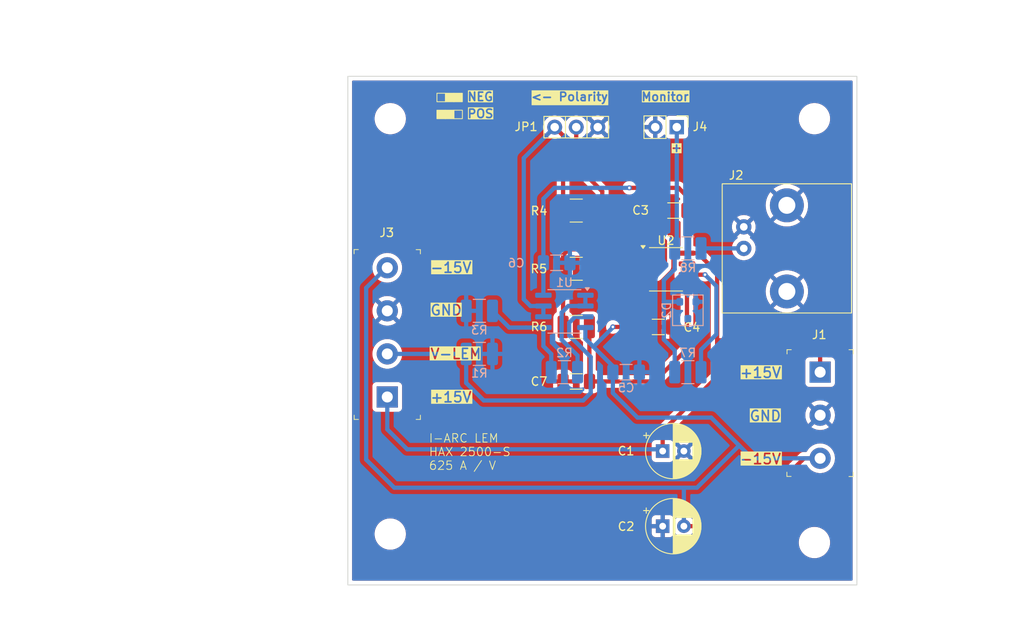
<source format=kicad_pcb>
(kicad_pcb
	(version 20240108)
	(generator "pcbnew")
	(generator_version "8.0")
	(general
		(thickness 1.6)
		(legacy_teardrops no)
	)
	(paper "A4")
	(layers
		(0 "F.Cu" signal)
		(31 "B.Cu" signal)
		(32 "B.Adhes" user "B.Adhesive")
		(33 "F.Adhes" user "F.Adhesive")
		(34 "B.Paste" user)
		(35 "F.Paste" user)
		(36 "B.SilkS" user "B.Silkscreen")
		(37 "F.SilkS" user "F.Silkscreen")
		(38 "B.Mask" user)
		(39 "F.Mask" user)
		(40 "Dwgs.User" user "User.Drawings")
		(41 "Cmts.User" user "User.Comments")
		(42 "Eco1.User" user "User.Eco1")
		(43 "Eco2.User" user "User.Eco2")
		(44 "Edge.Cuts" user)
		(45 "Margin" user)
		(46 "B.CrtYd" user "B.Courtyard")
		(47 "F.CrtYd" user "F.Courtyard")
		(48 "B.Fab" user)
		(49 "F.Fab" user)
		(50 "User.1" user)
		(51 "User.2" user)
		(52 "User.3" user)
		(53 "User.4" user)
		(54 "User.5" user)
		(55 "User.6" user)
		(56 "User.7" user)
		(57 "User.8" user)
		(58 "User.9" user)
	)
	(setup
		(pad_to_mask_clearance 0)
		(allow_soldermask_bridges_in_footprints no)
		(pcbplotparams
			(layerselection 0x0001000_ffffffff)
			(plot_on_all_layers_selection 0x0000000_00000000)
			(disableapertmacros no)
			(usegerberextensions yes)
			(usegerberattributes yes)
			(usegerberadvancedattributes yes)
			(creategerberjobfile no)
			(dashed_line_dash_ratio 12.000000)
			(dashed_line_gap_ratio 3.000000)
			(svgprecision 4)
			(plotframeref no)
			(viasonmask no)
			(mode 1)
			(useauxorigin no)
			(hpglpennumber 1)
			(hpglpenspeed 20)
			(hpglpendiameter 15.000000)
			(pdf_front_fp_property_popups yes)
			(pdf_back_fp_property_popups yes)
			(dxfpolygonmode yes)
			(dxfimperialunits yes)
			(dxfusepcbnewfont yes)
			(psnegative no)
			(psa4output no)
			(plotreference yes)
			(plotvalue yes)
			(plotfptext yes)
			(plotinvisibletext no)
			(sketchpadsonfab no)
			(subtractmaskfromsilk no)
			(outputformat 1)
			(mirror no)
			(drillshape 0)
			(scaleselection 1)
			(outputdirectory "gerber/")
		)
	)
	(net 0 "")
	(net 1 "GND")
	(net 2 "+15V")
	(net 3 "-15V")
	(net 4 "Net-(U2B-+)")
	(net 5 "Net-(U1A-+)")
	(net 6 "Net-(J2-In)")
	(net 7 "Net-(JP1-B)")
	(net 8 "Net-(JP1-C)")
	(net 9 "Net-(U1B-+)")
	(net 10 "Net-(U1A--)")
	(net 11 "Net-(U2A--)")
	(net 12 "Net-(R5-Pad2)")
	(net 13 "Net-(U2B--)")
	(net 14 "unconnected-(D2-A-Pad3)")
	(net 15 "Net-(D2-K1)")
	(footprint "Capacitor_SMD:C_1206_3216Metric_Pad1.33x1.80mm_HandSolder" (layer "F.Cu") (at 118.4125 95.84 180))
	(footprint "Resistor_SMD:R_1210_3225Metric_Pad1.30x2.65mm_HandSolder" (layer "F.Cu") (at 106.9225 102.7033 180))
	(footprint "digikey-footprints:Term_Block_1x4_P5.08mm" (layer "F.Cu") (at 84.65 117.8275 90))
	(footprint "Connector_PinHeader_2.54mm:PinHeader_1x02_P2.54mm_Vertical" (layer "F.Cu") (at 118.775 86 -90))
	(footprint "my_footprints:BNC_amphenol_TH" (layer "F.Cu") (at 140.64 101.5717 -90))
	(footprint "Resistor_SMD:R_1210_3225Metric_Pad1.30x2.65mm_HandSolder" (layer "F.Cu") (at 106.9225 109.5667))
	(footprint "Resistor_SMD:R_1210_3225Metric_Pad1.30x2.65mm_HandSolder" (layer "F.Cu") (at 106.9225 95.84))
	(footprint "MountingHole:MountingHole_3.2mm_M3" (layer "F.Cu") (at 85 85))
	(footprint "Capacitor_THT:CP_Radial_D6.3mm_P2.50mm" (layer "F.Cu") (at 117.11 124.21))
	(footprint "MountingHole:MountingHole_3.2mm_M3" (layer "F.Cu") (at 135 85))
	(footprint "digikey-footprints:TERM_BLOCK_1x3_P5.08MM" (layer "F.Cu") (at 135.67 114.9 -90))
	(footprint "Capacitor_THT:CP_Radial_D6.3mm_P2.50mm" (layer "F.Cu") (at 117.11 133.07))
	(footprint "MountingHole:MountingHole_3.2mm_M3" (layer "F.Cu") (at 85 134))
	(footprint "Capacitor_SMD:C_1206_3216Metric_Pad1.33x1.80mm_HandSolder" (layer "F.Cu") (at 106.9225 116 180))
	(footprint "my_footprints:3pins_jumper" (layer "F.Cu") (at 106.9225 88.54 180))
	(footprint "MountingHole:MountingHole_3.2mm_M3" (layer "F.Cu") (at 135 135))
	(footprint "Package_SO:SOIC-8_3.9x4.9mm_P1.27mm" (layer "F.Cu") (at 117.5 102.7683))
	(footprint "Capacitor_SMD:C_1206_3216Metric_Pad1.33x1.80mm_HandSolder" (layer "F.Cu") (at 116.5875 109.5667))
	(footprint "Capacitor_SMD:C_1206_3216Metric_Pad1.33x1.80mm_HandSolder" (layer "B.Cu") (at 104.6125 102))
	(footprint "Resistor_SMD:R_1210_3225Metric_Pad1.30x2.65mm_HandSolder" (layer "B.Cu") (at 120.08 100.3017))
	(footprint "Capacitor_SMD:C_1206_3216Metric_Pad1.33x1.80mm_HandSolder" (layer "B.Cu") (at 112.8025 114.9033))
	(footprint "PCM_Package_TO_SOT_SMD_AKL:SOT-23" (layer "B.Cu") (at 120.08 107.6025 -90))
	(footprint "Package_SO:SOIC-8_3.9x4.9mm_P1.27mm" (layer "B.Cu") (at 105.525 107.7325 180))
	(footprint "Resistor_SMD:R_1210_3225Metric_Pad1.30x2.65mm_HandSolder" (layer "B.Cu") (at 95.5 112.7475))
	(footprint "Resistor_SMD:R_1210_3225Metric_Pad1.30x2.65mm_HandSolder" (layer "B.Cu") (at 105.525 114.9033 180))
	(footprint "Resistor_SMD:R_1210_3225Metric_Pad1.30x2.65mm_HandSolder" (layer "B.Cu") (at 95.5 107.6675))
	(footprint "Resistor_SMD:R_1210_3225Metric_Pad1.30x2.65mm_HandSolder" (layer "B.Cu") (at 120.08 114.9033 180))
	(gr_rect
		(start 92.5 82)
		(end 93.5 83)
		(stroke
			(width 0.1)
			(type solid)
		)
		(fill solid)
		(layer "F.SilkS")
		(uuid "1bc7bbff-68bd-4266-a47e-054b85e6f03d")
	)
	(gr_rect
		(start 90.5 82)
		(end 91.5 83)
		(stroke
			(width 0.1)
			(type default)
		)
		(fill none)
		(layer "F.SilkS")
		(uuid "3194b7f7-e758-4e97-be10-ce3eac834e88")
	)
	(gr_rect
		(start 91.5 84)
		(end 92.5 85)
		(stroke
			(width 0.1)
			(type solid)
		)
		(fill solid)
		(layer "F.SilkS")
		(uuid "3eb5b19c-5e27-460f-8b39-f1dbfeba5c96")
	)
	(gr_rect
		(start 92.5 84)
		(end 93.5 85)
		(stroke
			(width 0.1)
			(type default)
		)
		(fill none)
		(layer "F.SilkS")
		(uuid "8754f124-9d23-44e9-8abe-e178f9b4f2a5")
	)
	(gr_rect
		(start 91.5 82)
		(end 92.5 83)
		(stroke
			(width 0.1)
			(type solid)
		)
		(fill solid)
		(layer "F.SilkS")
		(uuid "8cfb022e-ad35-4ba1-9322-5538948210e4")
	)
	(gr_rect
		(start 90.5 84)
		(end 91.5 85)
		(stroke
			(width 0.1)
			(type solid)
		)
		(fill solid)
		(layer "F.SilkS")
		(uuid "f1f9b63c-1670-4e99-9dde-df3083300dfa")
	)
	(gr_rect
		(start 80 80)
		(end 140 140)
		(stroke
			(width 0.1)
			(type default)
		)
		(fill none)
		(layer "Edge.Cuts")
		(uuid "4dd30bd1-642b-47ef-a0a0-3b54cae9bcbd")
	)
	(gr_text "Monitor"
		(at 114.5 83 0)
		(layer "F.SilkS" knockout)
		(uuid "14bd58d4-9b68-4c83-bba2-abfbf6eefb49")
		(effects
			(font
				(size 1 1)
				(thickness 0.2)
				(bold yes)
			)
			(justify left bottom)
		)
	)
	(gr_text "+"
		(at 118 89 0)
		(layer "F.SilkS" knockout)
		(uuid "16331a8a-9d7e-4eaa-8a28-3fc7d005036a")
		(effects
			(font
				(size 1 1)
				(thickness 0.2)
				(bold yes)
			)
			(justify left bottom)
		)
	)
	(gr_text "GND"
		(at 89.63 108.29 0)
		(layer "F.SilkS" knockout)
		(uuid "22a19d87-f13a-43e9-b22f-c063bc1480b0")
		(effects
			(font
				(size 1.2 1.2)
				(thickness 0.2)
				(bold yes)
			)
			(justify left bottom)
		)
	)
	(gr_text "<- Polarity"
		(at 101.5 83 0)
		(layer "F.SilkS" knockout)
		(uuid "47274025-cb48-4058-ba13-067fc63eaf0c")
		(effects
			(font
				(size 1 1)
				(thickness 0.2)
				(bold yes)
			)
			(justify left bottom)
		)
	)
	(gr_text "NEG"
		(at 94 83 0)
		(layer "F.SilkS" knockout)
		(uuid "4d93fd8c-997a-4313-a9ef-7b6a4dbb3d17")
		(effects
			(font
				(size 1 1)
				(thickness 0.2)
				(bold yes)
			)
			(justify left bottom)
		)
	)
	(gr_text "POS"
		(at 94 85 0)
		(layer "F.SilkS" knockout)
		(uuid "6731c209-9e43-4608-9efd-fec67d2a8fa3")
		(effects
			(font
				(size 1 1)
				(thickness 0.2)
				(bold yes)
			)
			(justify left bottom)
		)
	)
	(gr_text "+15V"
		(at 89.63 118.56 0)
		(layer "F.SilkS" knockout)
		(uuid "7b9cb959-a3b5-4b28-8c66-efe998364d3d")
		(effects
			(font
				(size 1.2 1.2)
				(thickness 0.2)
				(bold yes)
			)
			(justify left bottom)
		)
	)
	(gr_text "-15V"
		(at 89.63 103.28 0)
		(layer "F.SilkS" knockout)
		(uuid "ae0e0bfe-8640-4e2a-b8ba-3f622aa7a49c")
		(effects
			(font
				(size 1.2 1.2)
				(thickness 0.2)
				(bold yes)
			)
			(justify left bottom)
		)
	)
	(gr_text "GND"
		(at 127.252856 120.76 0)
		(layer "F.SilkS" knockout)
		(uuid "b441df48-fd89-4bd0-85b2-62bcb415ac1d")
		(effects
			(font
				(size 1.2 1.2)
				(thickness 0.2)
				(bold yes)
			)
			(justify left bottom)
		)
	)
	(gr_text "V-LEM"
		(at 89.63 113.45 0)
		(layer "F.SilkS" knockout)
		(uuid "c6570851-cacf-409c-9268-3ca3257cbd18")
		(effects
			(font
				(size 1.2 1.2)
				(thickness 0.2)
				(bold yes)
			)
			(justify left bottom)
		)
	)
	(gr_text "+15V"
		(at 126.11 115.67 0)
		(layer "F.SilkS" knockout)
		(uuid "ce3aea0d-02fe-4ee8-9aa7-dd9617b381be")
		(effects
			(font
				(size 1.2 1.2)
				(thickness 0.2)
				(bold yes)
			)
			(justify left bottom)
		)
	)
	(gr_text "-15V"
		(at 126.11 125.85 0)
		(layer "F.SilkS" knockout)
		(uuid "f93c427d-ccfb-4aee-83a5-7320ac0d4a6b")
		(effects
			(font
				(size 1.2 1.2)
				(thickness 0.2)
				(bold yes)
			)
			(justify left bottom)
		)
	)
	(gr_text "I-ARC LEM\nHAX 2500-S\n625 A / V"
		(at 89.5 126.5 0)
		(layer "F.SilkS")
		(uuid "fe8a75fe-bc5c-4a6a-a878-813bbc359aa6")
		(effects
			(font
				(size 1 1)
				(thickness 0.1)
			)
			(justify left bottom)
		)
	)
	(segment
		(start 123.53 103.15)
		(end 123.53 111.14)
		(width 0.5)
		(layer "F.Cu")
		(net 2)
		(uuid "10f6c975-dd04-448c-a7c7-375938e82bf0")
	)
	(segment
		(start 119.975 100.8633)
		(end 121.2433 100.8633)
		(width 0.5)
		(layer "F.Cu")
		(net 2)
		(uuid "2fa29f82-774b-4bfb-b1ca-982e5dbd3bb1")
	)
	(segment
		(start 119.975 94.155)
		(end 119.01 93.19)
		(width 0.5)
		(layer "F.Cu")
		(net 2)
		(uuid "3b97de8a-4551-4cb5-bbd5-c16c702fd2e1")
	)
	(segment
		(start 118.98 93.16)
		(end 113.18 93.16)
		(width 0.5)
		(layer "F.Cu")
		(net 2)
		(uuid "4f479c67-ddb4-4b77-9b59-6ff80768907d")
	)
	(segment
		(start 135.67 114.9)
		(end 135.67 112.2)
		(width 0.5)
		(layer "F.Cu")
		(net 2)
		(uuid "51192232-fb90-4383-94a5-fb3bdca2932d")
	)
	(segment
		(start 121.2433 100.8633)
		(end 123.53 103.15)
		(width 0.5)
		(layer "F.Cu")
		(net 2)
		(uuid "71566488-e9ab-4b61-9109-d97c26d05acc")
	)
	(segment
		(start 119.975 100.863)
		(end 119.975 97.8)
		(width 0.5)
		(layer "F.Cu")
		(net 2)
		(uuid "72e84495-cfd8-4f9f-bd66-c7ef15a6a283")
	)
	(segment
		(start 119.01 93.19)
		(end 118.98 93.16)
		(width 0.5)
		(layer "F.Cu")
		(net 2)
		(uuid "966c2a23-e3f2-4514-90d7-4a2f1db72d4a")
	)
	(segment
		(start 134.61 111.14)
		(end 123.53 111.14)
		(width 0.5)
		(layer "F.Cu")
		(net 2)
		(uuid "9e3ea550-a221-45ed-8a59-53c69b7c0386")
	)
	(segment
		(start 123.53 111.14)
		(end 123.53 115.43)
		(width 0.5)
		(layer "F.Cu")
		(net 2)
		(uuid "a1eec5a5-268d-4d94-915d-7c181432887c")
	)
	(segment
		(start 117.11 121.85)
		(end 117.11 124.21)
		(width 0.5)
		(layer "F.Cu")
		(net 2)
		(uuid "b2f555d3-430e-4c32-bdcc-fe09ed001115")
	)
	(segment
		(start 119.975 97.8)
		(end 119.975 94.155)
		(width 0.5)
		(layer "F.Cu")
		(net 2)
		(uuid "decddf89-8e43-4ce6-80d8-d69013eb5ee5")
	)
	(segment
		(start 135.67 112.2)
		(end 134.61 111.14)
		(width 0.5)
		(layer "F.Cu")
		(net 2)
		(uuid "ed25863a-7935-4166-baa7-1c3107acb70a")
	)
	(segment
		(start 123.53 115.43)
		(end 117.11 121.85)
		(width 0.5)
		(layer "F.Cu")
		(net 2)
		(uuid "f549a9f2-e0af-4153-8156-b45eb1d2d9c9")
	)
	(segment
		(start 119.975 100.8633)
		(end 119.975 100.863)
		(width 0.2)
		(layer "F.Cu")
		(net 2)
		(uuid "ffa9ca0b-f87b-4643-90d5-86eeec870edf")
	)
	(via
		(at 113.18 93.16)
		(size 0.6)
		(drill 0.3)
		(layers "F.Cu" "B.Cu")
		(net 2)
		(uuid "633b765d-34bb-4d15-8608-5c0ec27b5f50")
	)
	(segment
		(start 84.65 117.828)
		(end 84.65 121.65)
		(width 0.5)
		(layer "B.Cu")
		(net 2)
		(uuid "14f613c7-df1e-4265-8edb-d75db15e05b1")
	)
	(segment
		(start 87 124)
		(end 116.9 124)
		(width 0.5)
		(layer "B.Cu")
		(net 2)
		(uuid "1d0069cf-e253-4377-bfbe-9d5d36108593")
	)
	(segment
		(start 84.65 121.65)
		(end 87 124)
		(width 0.5)
		(layer "B.Cu")
		(net 2)
		(uuid "370dd93a-ec55-4fc4-a7bc-ca92a2ed9e2f")
	)
	(segment
		(start 103.05 102)
		(end 103.05 94.45)
		(width 0.5)
		(layer "B.Cu")
		(net 2)
		(uuid "70fe12da-42cc-49e1-8cdb-00d2c0e8b4e9")
	)
	(segment
		(start 116.9 124)
		(end 117.11 124.21)
		(width 0.5)
		(layer "B.Cu")
		(net 2)
		(uuid "88ad938c-68bf-4898-bff4-498470793b5e")
	)
	(segment
		(start 104.34 93.16)
		(end 113.18 93.16)
		(width 0.5)
		(layer "B.Cu")
		(net 2)
		(uuid "96e728b8-1765-44b5-b499-1b37ac454bd5")
	)
	(segment
		(start 84.65 117.8275)
		(end 84.65 117.828)
		(width 0.2)
		(layer "B.Cu")
		(net 2)
		(uuid "ccfde376-5e50-40c5-816e-2f7c410bde77")
	)
	(segment
		(start 103.05 105.8275)
		(end 103.05 102)
		(width 0.5)
		(layer "B.Cu")
		(net 2)
		(uuid "e359eb8c-3e29-4cf3-af2e-d24665486723")
	)
	(segment
		(start 103.05 94.45)
		(end 104.34 93.16)
		(width 0.5)
		(layer "B.Cu")
		(net 2)
		(uuid "fcb1af1c-b14e-4197-837f-39c7009a5a47")
	)
	(segment
		(start 111.24 109.5667)
		(end 115.025 109.5667)
		(width 0.5)
		(layer "F.Cu")
		(net 3)
		(uuid "0dadab9b-3cb9-4fed-b0a3-f4dec82e0577")
	)
	(segment
		(start 119.61 133.07)
		(end 125.77 133.07)
		(width 0.5)
		(layer "F.Cu")
		(net 3)
		(uuid "2a107d5b-6914-4008-aa99-ebe695711d53")
	)
	(segment
		(start 115.025 104.6733)
		(end 115.025 109.5667)
		(width 0.5)
		(layer "F.Cu")
		(net 3)
		(uuid "3cbf0dd1-9502-4135-9465-47c50db3fb80")
	)
	(segment
		(start 125.77 133.07)
		(end 133.7767 125.0633)
		(width 0.5)
		(layer "F.Cu")
		(net 3)
		(uuid "4e92aeeb-a7da-4206-92ea-7f2cdd645167")
	)
	(segment
		(start 133.7767 125.0633)
		(end 136 125.0633)
		(width 0.5)
		(layer "F.Cu")
		(net 3)
		(uuid "6e186951-c77f-4a2d-ac03-9c73a2c8fa82")
	)
	(via
		(at 111.24 109.5667)
		(size 0.6)
		(drill 0.3)
		(layers "F.Cu" "B.Cu")
		(net 3)
		(uuid "025f31c3-3792-4b2c-85bf-c503f773bc3f")
	)
	(segment
		(start 111.1692 109.6375)
		(end 111.24 109.5667)
		(width 0.5)
		(layer "B.Cu")
		(net 3)
		(uuid "00c6e81c-f0c2-4967-ae83-1d3c07e0de7b")
	)
	(segment
		(start 136 125.0633)
		(end 127.6333 125.0633)
		(width 0.5)
		(layer "B.Cu")
		(net 3)
		(uuid "141e6e8f-5cb5-457b-b88e-cc8bf77e3acc")
	)
	(segment
		(start 111.24 109.5667)
		(end 111.24 109.62)
		(width 0.5)
		(layer "B.Cu")
		(net 3)
		(uuid "143721aa-95c0-40c8-a173-1771ed85b3a9")
	)
	(segment
		(start 111.24 117.36)
		(end 111.24 114.9033)
		(width 0.5)
		(layer "B.Cu")
		(net 3)
		(uuid "148062af-a9fb-4776-91a3-dd32222828e9")
	)
	(segment
		(start 108 110.96)
		(end 108 109.6375)
		(width 0.5)
		(layer "B.Cu")
		(net 3)
		(uuid "19aa131a-b749-40d5-86cb-26a7b14794f8")
	)
	(segment
		(start 119.7 128.53)
		(end 121.15 128.53)
		(width 0.5)
		(layer "B.Cu")
		(net 3)
		(uuid "25a28e4d-943e-4305-a1fc-a079c9c6b122")
	)
	(segment
		(start 108.95 111.91)
		(end 108 110.96)
		(width 0.5)
		(layer "B.Cu")
		(net 3)
		(uuid "2bf3dbaf-1c9f-49d5-b6c7-57da9237e5f0")
	)
	(segment
		(start 111.24 114.2)
		(end 108.95 111.91)
		(width 0.5)
		(layer "B.Cu")
		(net 3)
		(uuid "2c5be6f1-3ff7-43d2-bec5-472c13293325")
	)
	(segment
		(start 126.125 123.555)
		(end 122.83 120.26)
		(width 0.5)
		(layer "B.Cu")
		(net 3)
		(uuid "3245cef4-1e95-449b-a2a3-c7da6e0c87aa")
	)
	(segment
		(start 84.5325 102.5875)
		(end 82.16 104.96)
		(width 0.5)
		(layer "B.Cu")
		(net 3)
		(uuid "54d04cf2-2331-4e3e-ba31-d4b7613904e0")
	)
	(segment
		(start 119.61 133.07)
		(end 119.61 128.62)
		(width 0.5)
		(layer "B.Cu")
		(net 3)
		(uuid "60bac27a-96d8-4f88-9c67-283cb8db1cfa")
	)
	(segment
		(start 82.16 125.22)
		(end 85.47 128.53)
		(width 0.5)
		(layer "B.Cu")
		(net 3)
		(uuid "67036e30-4f0d-44a6-a167-e25d40d66630")
	)
	(segment
		(start 119.61 128.62)
		(end 119.7 128.53)
		(width 0.5)
		(layer "B.Cu")
		(net 3)
		(uuid "740737cd-d8ea-4304-844f-6105332e58d1")
	)
	(segment
		(start 111.24 109.62)
		(end 108.95 111.91)
		(width 0.5)
		(layer "B.Cu")
		(net 3)
		(uuid "829d9535-54d0-41b5-b90d-a45b64901fa0")
	)
	(segment
		(start 114.14 120.26)
		(end 111.24 117.36)
		(width 0.5)
		(layer "B.Cu")
		(net 3)
		(uuid "9ced8cf1-5791-497c-8136-9852cced1149")
	)
	(segment
		(start 121.15 128.53)
		(end 126.125 123.555)
		(width 0.5)
		(layer "B.Cu")
		(net 3)
		(uuid "9d811ed3-32bb-46ef-8e2f-c3d189a5acbf")
	)
	(segment
		(start 111.24 114.9033)
		(end 111.24 114.2)
		(width 0.5)
		(layer "B.Cu")
		(net 3)
		(uuid "ab21d6b6-cd5e-451a-b43b-
... [180580 chars truncated]
</source>
